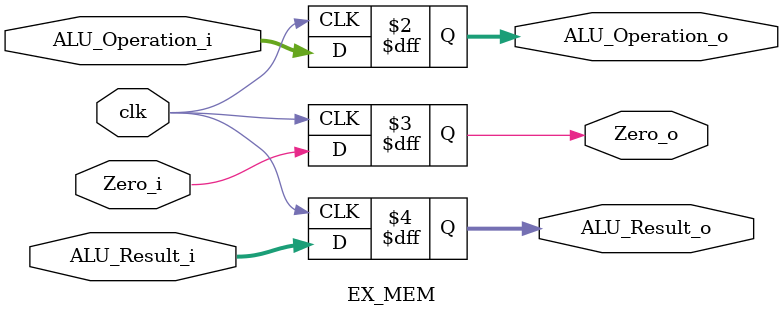
<source format=v>
module EX_MEM 
#(	parameter DATA_WIDTH = 32,
	parameter MEMORY_DEPTH = 256

)
(
	input clk,
	input [3:0]  ALU_Operation_i,
	input 	     Zero_i,
	input [31:0] ALU_Result_i,

	output reg [3:0]  ALU_Operation_o,
	output reg        Zero_o,
	output reg [31:0] ALU_Result_o
	
);

always@(posedge clk)
begin
	ALU_Operation_o = ALU_Operation_i;
	Zero_o = Zero_i;
	ALU_Result_o = ALU_Result_i;
end

endmodule
</source>
